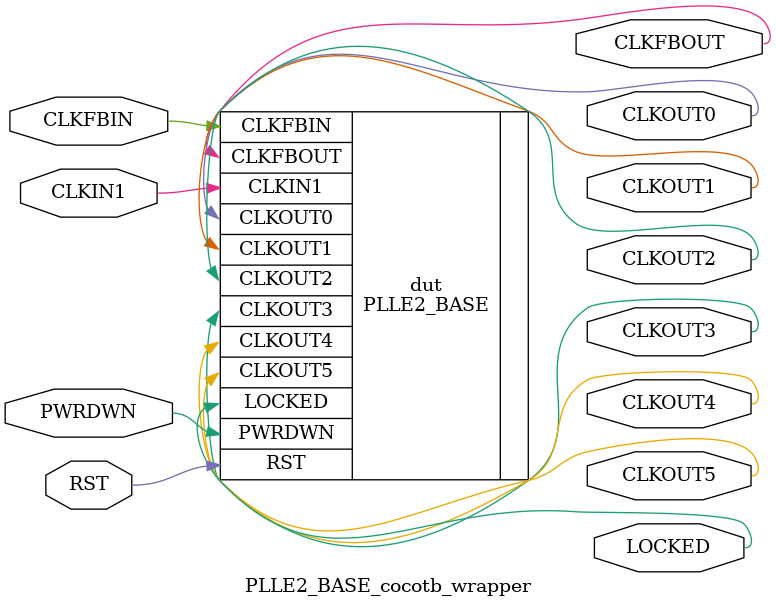
<source format=v>
/*
 * plle2_base_cocotb_wrapper.v: Wrapper for plle2_base.v allowing
 *                              instantiation using macros
 * author: Till Mahlburg
 * year: 2020
 * organization: Universität Leipzig
 * license: ISC
 *
 */

`timescale 1 ns / 1 ps
`ifndef WAIT_INTERVAL
	`define WAIT_INTERVAL 1000
`endif

/* define all attributes as macros, so different combinations can be tested
 * more easily.
 * By default these are the given default values of the part.
 */

/* not implemented */
`ifndef BANDWIDTH
	`define BANDWIDTH "OPTIMIZED"
`endif
`ifndef CLKFBOUT_MULT
	`define CLKFBOUT_MULT 5
`endif
`ifndef CLKFBOUT_PHASE
	`define CLKFBOUT_PHASE 0.000
`endif
/* This deviates from the default values, because it is required to be set */
`ifndef CLKIN1_PERIOD
	`define CLKIN1_PERIOD 5.000
`endif

`ifndef CLKOUT0_DIVIDE
	`define CLKOUT0_DIVIDE 1
`endif
`ifndef CLKOUT1_DIVIDE
	`define CLKOUT1_DIVIDE 1
`endif
`ifndef CLKOUT2_DIVIDE
	`define CLKOUT2_DIVIDE 1
`endif
`ifndef CLKOUT2_DIVIDE
	`define CLKOUT2_DIVIDE 1
`endif
`ifndef CLKOUT3_DIVIDE
	`define CLKOUT3_DIVIDE 1
`endif
`ifndef CLKOUT4_DIVIDE
	`define CLKOUT4_DIVIDE 1
`endif
`ifndef CLKOUT5_DIVIDE
	`define CLKOUT5_DIVIDE 1
`endif

`ifndef CLKOUT0_DUTY_CYCLE
	`define CLKOUT0_DUTY_CYCLE 0.500
`endif
`ifndef CLKOUT1_DUTY_CYCLE
	`define CLKOUT1_DUTY_CYCLE 0.500
`endif
`ifndef CLKOUT2_DUTY_CYCLE
	`define CLKOUT2_DUTY_CYCLE 0.500
`endif
`ifndef CLKOUT3_DUTY_CYCLE
	`define CLKOUT3_DUTY_CYCLE 0.500
`endif
`ifndef CLKOUT4_DUTY_CYCLE
	`define CLKOUT4_DUTY_CYCLE 0.500
`endif
`ifndef CLKOUT5_DUTY_CYCLE
	`define CLKOUT5_DUTY_CYCLE 0.500
`endif

`ifndef CLKOUT0_PHASE
	`define CLKOUT0_PHASE 0.000
`endif
`ifndef CLKOUT1_PHASE
	`define CLKOUT1_PHASE 0.000
`endif
`ifndef CLKOUT2_PHASE
	`define CLKOUT2_PHASE 0.000
`endif
`ifndef CLKOUT3_PHASE
	`define CLKOUT3_PHASE 0.000
`endif
`ifndef CLKOUT4_PHASE
	`define CLKOUT4_PHASE 0.000
`endif
`ifndef CLKOUT5_PHASE
	`define CLKOUT5_PHASE 0.000
`endif

`ifndef DIVCLK_DIVIDE
	`define DIVCLK_DIVIDE 1
`endif
/* not implemented */
`ifndef REF_JITTER1
	`define REF_JITTER1 0.010
`endif

/* not implemented */
`ifndef STARTUP_WAIT
	`define STARTUP_WAIT "FALSE"
`endif

module PLLE2_BASE_cocotb_wrapper (
	output 	CLKOUT0,
	output 	CLKOUT1,
	output 	CLKOUT2,
	output 	CLKOUT3,
	output 	CLKOUT4,
	output 	CLKOUT5,
	/* PLL feedback output. */
	output 	CLKFBOUT,

	output	LOCKED,

	input 	CLKIN1,
	/* PLL feedback input. Is ignored in this implementation, but should be connected to CLKFBOUT for internal feedback. */
	input 	CLKFBIN,

	/* Used to power down instatiated but unused PLLs */
	input	PWRDWN,
	input	RST);

	/* instantiate PLLE2_BASE with default values for all the attributes */
	PLLE2_BASE #(
 		.BANDWIDTH(`BANDWIDTH),
 		.CLKFBOUT_MULT(`CLKFBOUT_MULT),
		.CLKFBOUT_PHASE(`CLKFBOUT_PHASE),
		.CLKIN1_PERIOD(`CLKIN1_PERIOD),

		.CLKOUT0_DIVIDE(`CLKOUT0_DIVIDE),
		.CLKOUT1_DIVIDE(`CLKOUT1_DIVIDE),
		.CLKOUT2_DIVIDE(`CLKOUT2_DIVIDE),
		.CLKOUT3_DIVIDE(`CLKOUT3_DIVIDE),
		.CLKOUT4_DIVIDE(`CLKOUT4_DIVIDE),
		.CLKOUT5_DIVIDE(`CLKOUT5_DIVIDE),

		.CLKOUT0_DUTY_CYCLE(`CLKOUT0_DUTY_CYCLE),
		.CLKOUT1_DUTY_CYCLE(`CLKOUT1_DUTY_CYCLE),
		.CLKOUT2_DUTY_CYCLE(`CLKOUT2_DUTY_CYCLE),
		.CLKOUT3_DUTY_CYCLE(`CLKOUT3_DUTY_CYCLE),
		.CLKOUT4_DUTY_CYCLE(`CLKOUT4_DUTY_CYCLE),
		.CLKOUT5_DUTY_CYCLE(`CLKOUT5_DUTY_CYCLE),

		.CLKOUT0_PHASE(`CLKOUT0_PHASE),
		.CLKOUT1_PHASE(`CLKOUT1_PHASE),
		.CLKOUT2_PHASE(`CLKOUT2_PHASE),
		.CLKOUT3_PHASE(`CLKOUT3_PHASE),
		.CLKOUT4_PHASE(`CLKOUT4_PHASE),
		.CLKOUT5_PHASE(`CLKOUT5_PHASE),

		.DIVCLK_DIVIDE(`DIVCLK_DIVIDE),
		.REF_JITTER1(`REF_JITTER1),
		.STARTUP_WAIT(`STARTUP_WAIT))
	dut (
		.CLKOUT0(CLKOUT0),
		.CLKOUT1(CLKOUT1),
		.CLKOUT2(CLKOUT2),
		.CLKOUT3(CLKOUT3),
		.CLKOUT4(CLKOUT4),
		.CLKOUT5(CLKOUT5),

		.CLKFBOUT(CLKFBOUT),
		.LOCKED(LOCKED),

		.CLKIN1(CLKIN1),

		.PWRDWN(PWRDWN),
		.RST(RST),
		.CLKFBIN(CLKFBIN)
	);

	`ifdef COCOTB_SIM
		initial begin
			$dumpfile("plle2_base.vcd");
			$dumpvars(0, plle2_base);
			#1;
		end
	`endif
endmodule

</source>
